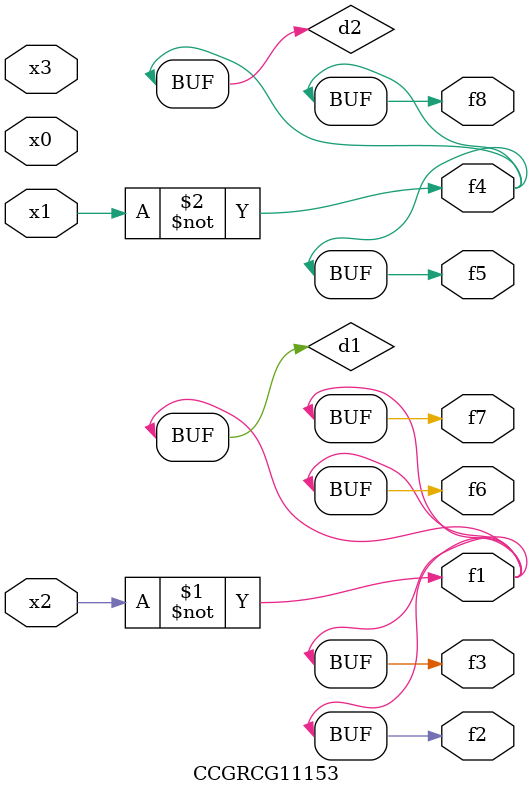
<source format=v>
module CCGRCG11153(
	input x0, x1, x2, x3,
	output f1, f2, f3, f4, f5, f6, f7, f8
);

	wire d1, d2;

	xnor (d1, x2);
	not (d2, x1);
	assign f1 = d1;
	assign f2 = d1;
	assign f3 = d1;
	assign f4 = d2;
	assign f5 = d2;
	assign f6 = d1;
	assign f7 = d1;
	assign f8 = d2;
endmodule

</source>
